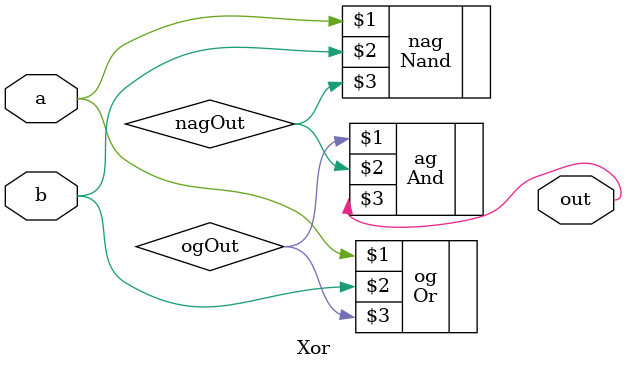
<source format=v>
`include "modules/gates/or.v"
`include "modules/gates/and.v"
`include "modules/gates/nand.v"

`ifndef _XOR_V_
`define _XOR_V_
module Xor(input a,
           b,
           output out);
    Or og(a, b, ogOut);
    Nand nag(a, b, nagOut);
    And ag(ogOut, nagOut, out);
endmodule
    
    `endif

</source>
